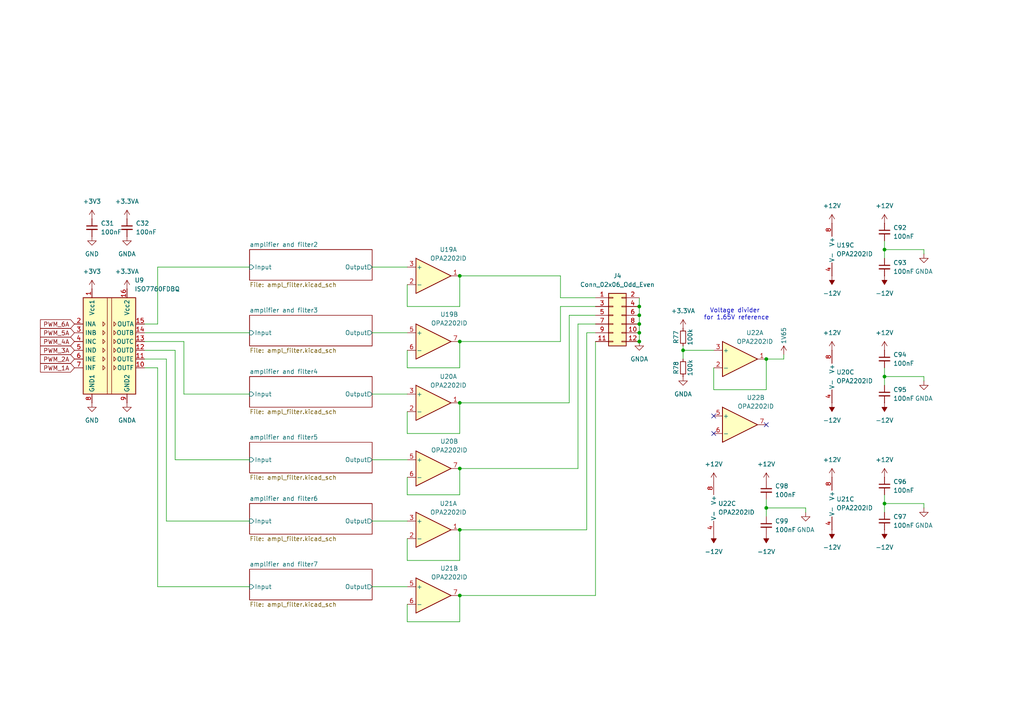
<source format=kicad_sch>
(kicad_sch (version 20231120) (generator "eeschema") (generator_version "8.0")
  (paper "A4")
  (lib_symbols
    (symbol "Amplifier_Operational:OPA2994xD" (pin_names (offset 0.127))
      (property "Reference" "U" (at 0 5.08 0))
      (property "Value" "OPA2994xD" (at 0 -5.08 0))
      (symbol "OPA2994xD_1_1"
        (polyline (pts (xy -5.08 5.08) (xy 5.08 0) (xy -5.08 -5.08) (xy -5.08 5.08)) (stroke (width 0.254)) (fill (type background)))
        (pin output line (at 7.62 0 180) (length 2.54) (name "~") (number "1"))
        (pin input line (at -7.62 -2.54 0) (length 2.54) (name "-") (number "2"))
        (pin input line (at -7.62 2.54 0) (length 2.54) (name "+") (number "3"))
      )
      (symbol "OPA2994xD_2_1"
        (polyline (pts (xy -5.08 5.08) (xy 5.08 0) (xy -5.08 -5.08) (xy -5.08 5.08)) (stroke (width 0.254)) (fill (type background)))
        (pin input line (at -7.62 2.54 0) (length 2.54) (name "+") (number "5"))
        (pin input line (at -7.62 -2.54 0) (length 2.54) (name "-") (number "6"))
        (pin output line (at 7.62 0 180) (length 2.54) (name "~") (number "7"))
      )
      (symbol "OPA2994xD_3_1"
        (pin power_in line (at -2.54 -7.62 90) (length 3.81) (name "V-") (number "4"))
        (pin power_in line (at -2.54 7.62 270) (length 3.81) (name "V+") (number "8"))
      )
    )
    (symbol "Connector_Generic:Conn_02x06_Odd_Even" (pin_names (offset 1.016) hide)
      (property "Reference" "J" (at 1.27 7.62 0))
      (property "Value" "Conn_02x06_Odd_Even" (at 1.27 -10.16 0))
      (symbol "Conn_02x06_Odd_Even_1_1"
        (rectangle (start -1.27 -7.493) (end 0 -7.747) (stroke (width 0.1524)))
        (rectangle (start -1.27 -4.953) (end 0 -5.207) (stroke (width 0.1524)))
        (rectangle (start -1.27 -2.413) (end 0 -2.667) (stroke (width 0.1524)))
        (rectangle (start -1.27 0.127) (end 0 -0.127) (stroke (width 0.1524)))
        (rectangle (start -1.27 2.667) (end 0 2.413) (stroke (width 0.1524)))
        (rectangle (start -1.27 5.207) (end 0 4.953) (stroke (width 0.1524)))
        (rectangle (start -1.27 6.35) (end 3.81 -8.89) (stroke (width 0.254)) (fill (type background)))
        (rectangle (start 3.81 -7.493) (end 2.54 -7.747) (stroke (width 0.1524)))
        (rectangle (start 3.81 -4.953) (end 2.54 -5.207) (stroke (width 0.1524)))
        (rectangle (start 3.81 -2.413) (end 2.54 -2.667) (stroke (width 0.1524)))
        (rectangle (start 3.81 0.127) (end 2.54 -0.127) (stroke (width 0.1524)))
        (rectangle (start 3.81 2.667) (end 2.54 2.413) (stroke (width 0.1524)))
        (rectangle (start 3.81 5.207) (end 2.54 4.953) (stroke (width 0.1524)))
        (pin passive line (at -5.08 5.08 0) (length 3.81) (name "Pin_1") (number "1"))
        (pin passive line (at 7.62 -5.08 180) (length 3.81) (name "Pin_10") (number "10"))
        (pin passive line (at -5.08 -7.62 0) (length 3.81) (name "Pin_11") (number "11"))
        (pin passive line (at 7.62 -7.62 180) (length 3.81) (name "Pin_12") (number "12"))
        (pin passive line (at 7.62 5.08 180) (length 3.81) (name "Pin_2") (number "2"))
        (pin passive line (at -5.08 2.54 0) (length 3.81) (name "Pin_3") (number "3"))
        (pin passive line (at 7.62 2.54 180) (length 3.81) (name "Pin_4") (number "4"))
        (pin passive line (at -5.08 0 0) (length 3.81) (name "Pin_5") (number "5"))
        (pin passive line (at 7.62 0 180) (length 3.81) (name "Pin_6") (number "6"))
        (pin passive line (at -5.08 -2.54 0) (length 3.81) (name "Pin_7") (number "7"))
        (pin passive line (at 7.62 -2.54 180) (length 3.81) (name "Pin_8") (number "8"))
        (pin passive line (at -5.08 -5.08 0) (length 3.81) (name "Pin_9") (number "9"))
      )
    )
    (symbol "Device:C_Small" (pin_numbers hide) (pin_names (offset 0.254) hide)
      (property "Reference" "C" (at 0.254 1.778 0))
      (property "Value" "C_Small" (at 0.254 -2.032 0))
      (symbol "C_Small_0_1"
        (polyline (pts (xy -1.524 -0.508) (xy 1.524 -0.508)) (stroke (width 0.3302)))
        (polyline (pts (xy -1.524 0.508) (xy 1.524 0.508)) (stroke (width 0.3048)))
      )
      (symbol "C_Small_1_1"
        (pin passive line (at 0 2.54 270) (length 2.032) (name "~") (number "1"))
        (pin passive line (at 0 -2.54 90) (length 2.032) (name "~") (number "2"))
      )
    )
    (symbol "Device:R_Small" (pin_numbers hide) (pin_names (offset 0.254) hide)
      (property "Reference" "R" (at 0.762 0.508 0))
      (property "Value" "R_Small" (at 0.762 -1.016 0))
      (symbol "R_Small_0_1"
        (rectangle (start -0.762 1.778) (end 0.762 -1.778) (stroke (width 0.2032)))
      )
      (symbol "R_Small_1_1"
        (pin passive line (at 0 2.54 270) (length 0.762) (name "~") (number "1"))
        (pin passive line (at 0 -2.54 90) (length 0.762) (name "~") (number "2"))
      )
    )
    (symbol "Isolator:ISO7760FDBQ"
      (property "Reference" "U" (at 8.255 14.605 0))
      (property "Value" "ISO7760FDBQ" (at 8.255 12.065 0))
      (symbol "ISO7760FDBQ_0_1"
        (rectangle (start -7.62 15.24) (end 7.62 -12.7) (stroke (width 0.254)) (fill (type background)))
        (polyline (pts (xy -0.635 15.24) (xy -0.635 -12.7)))
        (polyline (pts (xy 0.635 15.24) (xy 0.635 -12.7)))
        (polyline (pts (xy -1.905 8.255) (xy -1.27 7.62) (xy -1.905 6.985) (xy -1.905 8.255)))
        (polyline (pts (xy 1.27 8.255) (xy 1.905 7.62) (xy 1.27 6.985) (xy 1.27 8.255)))
      )
      (symbol "ISO7760FDBQ_1_1"
        (polyline (pts (xy -1.905 -4.445) (xy -1.27 -5.08) (xy -1.905 -5.715) (xy -1.905 -4.445)))
        (polyline (pts (xy -1.905 -1.905) (xy -1.27 -2.54) (xy -1.905 -3.175) (xy -1.905 -1.905)))
        (polyline (pts (xy -1.905 0.635) (xy -1.27 0) (xy -1.905 -0.635) (xy -1.905 0.635)))
        (polyline (pts (xy -1.905 3.175) (xy -1.27 2.54) (xy -1.905 1.905) (xy -1.905 3.175)))
        (polyline (pts (xy -1.905 5.715) (xy -1.27 5.08) (xy -1.905 4.445) (xy -1.905 5.715)))
        (polyline (pts (xy 1.27 -4.445) (xy 1.905 -5.08) (xy 1.27 -5.715) (xy 1.27 -4.445)))
        (polyline (pts (xy 1.27 -1.905) (xy 1.905 -2.54) (xy 1.27 -3.175) (xy 1.27 -1.905)))
        (polyline (pts (xy 1.27 0.635) (xy 1.905 0) (xy 1.27 -0.635) (xy 1.27 0.635)))
        (polyline (pts (xy 1.27 3.175) (xy 1.905 2.54) (xy 1.27 1.905) (xy 1.27 3.175)))
        (polyline (pts (xy 1.27 5.715) (xy 1.905 5.08) (xy 1.27 4.445) (xy 1.27 5.715)))
        (pin power_in line (at -5.08 17.78 270) (length 2.54) (name "Vcc1") (number "1"))
        (pin output line (at 10.16 -5.08 180) (length 2.54) (name "OUTF") (number "10"))
        (pin output line (at 10.16 -2.54 180) (length 2.54) (name "OUTE") (number "11"))
        (pin output line (at 10.16 0 180) (length 2.54) (name "OUTD") (number "12"))
        (pin output line (at 10.16 2.54 180) (length 2.54) (name "OUTC") (number "13"))
        (pin output line (at 10.16 5.08 180) (length 2.54) (name "OUTB") (number "14"))
        (pin output line (at 10.16 7.62 180) (length 2.54) (name "OUTA") (number "15"))
        (pin power_in line (at 5.08 17.78 270) (length 2.54) (name "Vcc2") (number "16"))
        (pin input line (at -10.16 7.62 0) (length 2.54) (name "INA") (number "2"))
        (pin input line (at -10.16 5.08 0) (length 2.54) (name "INB") (number "3"))
        (pin input line (at -10.16 2.54 0) (length 2.54) (name "INC") (number "4"))
        (pin input line (at -10.16 0 0) (length 2.54) (name "IND") (number "5"))
        (pin input line (at -10.16 -2.54 0) (length 2.54) (name "INE") (number "6"))
        (pin input line (at -10.16 -5.08 0) (length 2.54) (name "INF") (number "7"))
        (pin power_in line (at -5.08 -15.24 90) (length 2.54) (name "GND1") (number "8"))
        (pin power_in line (at 5.08 -15.24 90) (length 2.54) (name "GND2") (number "9"))
      )
    )
    (symbol "power:+12V" (power) (pin_numbers hide) (pin_names (offset 0) hide)
      (property "Value" "+12V" (at 0 3.556 0))
      (symbol "+12V_0_1"
        (polyline (pts (xy -0.762 1.27) (xy 0 2.54)))
        (polyline (pts (xy 0 0) (xy 0 2.54)))
        (polyline (pts (xy 0 2.54) (xy 0.762 1.27)))
      )
      (symbol "+12V_1_1"
        (pin power_in line (at 0 0 90) (length 0) (name "~") (number "1"))
      )
    )
    (symbol "power:+15V" (power) (pin_numbers hide) (pin_names (offset 0) hide)
      (property "Value" "+15V" (at 0 3.556 0))
      (symbol "+15V_0_1"
        (polyline (pts (xy -0.762 1.27) (xy 0 2.54)))
        (polyline (pts (xy 0 0) (xy 0 2.54)))
        (polyline (pts (xy 0 2.54) (xy 0.762 1.27)))
      )
      (symbol "+15V_1_1"
        (pin power_in line (at 0 0 90) (length 0) (name "~") (number "1"))
      )
    )
    (symbol "power:+3.3VA" (power) (pin_numbers hide) (pin_names (offset 0) hide)
      (property "Value" "+3.3VA" (at 0 3.556 0))
      (symbol "+3.3VA_0_1"
        (polyline (pts (xy -0.762 1.27) (xy 0 2.54)))
        (polyline (pts (xy 0 0) (xy 0 2.54)))
        (polyline (pts (xy 0 2.54) (xy 0.762 1.27)))
      )
      (symbol "+3.3VA_1_1"
        (pin power_in line (at 0 0 90) (length 0) (name "~") (number "1"))
      )
    )
    (symbol "power:+3V3" (power) (pin_numbers hide) (pin_names (offset 0) hide)
      (property "Value" "+3V3" (at 0 3.556 0))
      (symbol "+3V3_0_1"
        (polyline (pts (xy -0.762 1.27) (xy 0 2.54)))
        (polyline (pts (xy 0 0) (xy 0 2.54)))
        (polyline (pts (xy 0 2.54) (xy 0.762 1.27)))
      )
      (symbol "+3V3_1_1"
        (pin power_in line (at 0 0 90) (length 0) (name "~") (number "1"))
      )
    )
    (symbol "power:-12V" (power) (pin_numbers hide) (pin_names (offset 0) hide)
      (property "Value" "-12V" (at 0 3.556 0))
      (symbol "-12V_0_0"
        (pin power_in line (at 0 0 90) (length 0) (name "~") (number "1"))
      )
      (symbol "-12V_0_1"
        (polyline (pts (xy 0 0) (xy 0 1.27) (xy 0.762 1.27) (xy 0 2.54) (xy -0.762 1.27) (xy 0 1.27)) (fill (type outline)))
      )
    )
    (symbol "power:GND" (power) (pin_numbers hide) (pin_names (offset 0) hide)
      (property "Value" "GND" (at 0 -3.81 0))
      (symbol "GND_0_1"
        (polyline (pts (xy 0 0) (xy 0 -1.27) (xy 1.27 -1.27) (xy 0 -2.54) (xy -1.27 -1.27) (xy 0 -1.27)))
      )
      (symbol "GND_1_1"
        (pin power_in line (at 0 0 270) (length 0) (name "~") (number "1"))
      )
    )
    (symbol "power:GNDA" (power) (pin_numbers hide) (pin_names (offset 0) hide)
      (property "Value" "GNDA" (at 0 -3.81 0))
      (symbol "GNDA_0_1"
        (polyline (pts (xy 0 0) (xy 0 -1.27) (xy 1.27 -1.27) (xy 0 -2.54) (xy -1.27 -1.27) (xy 0 -1.27)))
      )
      (symbol "GNDA_1_1"
        (pin power_in line (at 0 0 270) (length 0) (name "~") (number "1"))
      )
    )
  )
  (junction (at 185.42 91.44))
  (junction (at 133.35 153.67))
  (junction (at 256.54 72.39))
  (junction (at 222.25 147.32))
  (junction (at 133.35 116.84))
  (junction (at 133.35 172.72))
  (junction (at 185.42 88.9))
  (junction (at 133.35 99.06))
  (junction (at 256.54 146.05))
  (junction (at 185.42 96.52))
  (junction (at 133.35 135.89))
  (junction (at 256.54 109.22))
  (junction (at 133.35 80.01))
  (junction (at 185.42 99.06))
  (junction (at 185.42 93.98))
  (junction (at 222.25 104.14))
  (junction (at 198.12 101.6))
  (no_connect (at 207.01 125.73))
  (no_connect (at 207.01 120.65))
  (no_connect (at 222.25 123.19))
  (wire (pts (xy 133.35 125.73) (xy 133.35 116.84)))
  (wire (pts (xy 107.95 96.52) (xy 118.11 96.52)))
  (wire (pts (xy 118.11 82.55) (xy 118.11 88.9)))
  (wire (pts (xy 118.11 180.34) (xy 133.35 180.34)))
  (wire (pts (xy 222.25 144.78) (xy 222.25 147.32)))
  (wire (pts (xy 41.91 96.52) (xy 72.39 96.52)))
  (wire (pts (xy 222.25 113.03) (xy 222.25 104.14)))
  (wire (pts (xy 222.25 147.32) (xy 233.68 147.32)))
  (wire (pts (xy 256.54 143.51) (xy 256.54 146.05)))
  (wire (pts (xy 256.54 109.22) (xy 267.97 109.22)))
  (wire (pts (xy 185.42 86.36) (xy 185.42 88.9)))
  (wire (pts (xy 118.11 175.26) (xy 118.11 180.34)))
  (wire (pts (xy 233.68 147.32) (xy 233.68 148.59)))
  (wire (pts (xy 172.72 99.06) (xy 172.72 172.72)))
  (wire (pts (xy 256.54 146.05) (xy 267.97 146.05)))
  (wire (pts (xy 165.1 91.44) (xy 172.72 91.44)))
  (wire (pts (xy 185.42 88.9) (xy 185.42 91.44)))
  (wire (pts (xy 198.12 101.6) (xy 198.12 104.14)))
  (wire (pts (xy 185.42 96.52) (xy 185.42 99.06)))
  (wire (pts (xy 207.01 106.68) (xy 207.01 113.03)))
  (wire (pts (xy 256.54 146.05) (xy 256.54 148.59)))
  (wire (pts (xy 167.64 93.98) (xy 172.72 93.98)))
  (wire (pts (xy 107.95 114.3) (xy 118.11 114.3)))
  (wire (pts (xy 267.97 146.05) (xy 267.97 147.32)))
  (wire (pts (xy 133.35 172.72) (xy 172.72 172.72)))
  (wire (pts (xy 133.35 162.56) (xy 133.35 153.67)))
  (wire (pts (xy 118.11 119.38) (xy 118.11 125.73)))
  (wire (pts (xy 256.54 106.68) (xy 256.54 109.22)))
  (wire (pts (xy 53.34 114.3) (xy 72.39 114.3)))
  (wire (pts (xy 45.72 77.47) (xy 72.39 77.47)))
  (wire (pts (xy 45.72 170.18) (xy 72.39 170.18)))
  (wire (pts (xy 198.12 100.33) (xy 198.12 101.6)))
  (wire (pts (xy 107.95 77.47) (xy 118.11 77.47)))
  (wire (pts (xy 107.95 170.18) (xy 118.11 170.18)))
  (wire (pts (xy 227.33 104.14) (xy 227.33 102.87)))
  (wire (pts (xy 133.35 153.67) (xy 170.18 153.67)))
  (wire (pts (xy 162.56 99.06) (xy 162.56 88.9)))
  (wire (pts (xy 118.11 125.73) (xy 133.35 125.73)))
  (wire (pts (xy 167.64 135.89) (xy 133.35 135.89)))
  (wire (pts (xy 133.35 88.9) (xy 133.35 80.01)))
  (wire (pts (xy 185.42 91.44) (xy 185.42 93.98)))
  (wire (pts (xy 170.18 96.52) (xy 172.72 96.52)))
  (wire (pts (xy 133.35 143.51) (xy 133.35 135.89)))
  (wire (pts (xy 107.95 133.35) (xy 118.11 133.35)))
  (wire (pts (xy 222.25 147.32) (xy 222.25 149.86)))
  (wire (pts (xy 53.34 99.06) (xy 41.91 99.06)))
  (wire (pts (xy 118.11 162.56) (xy 133.35 162.56)))
  (wire (pts (xy 41.91 101.6) (xy 50.8 101.6)))
  (wire (pts (xy 50.8 101.6) (xy 50.8 133.35)))
  (wire (pts (xy 256.54 72.39) (xy 256.54 74.93)))
  (wire (pts (xy 167.64 93.98) (xy 167.64 135.89)))
  (wire (pts (xy 133.35 99.06) (xy 162.56 99.06)))
  (wire (pts (xy 162.56 88.9) (xy 172.72 88.9)))
  (wire (pts (xy 170.18 96.52) (xy 170.18 153.67)))
  (wire (pts (xy 267.97 109.22) (xy 267.97 110.49)))
  (wire (pts (xy 222.25 104.14) (xy 227.33 104.14)))
  (wire (pts (xy 53.34 114.3) (xy 53.34 99.06)))
  (wire (pts (xy 165.1 91.44) (xy 165.1 116.84)))
  (wire (pts (xy 133.35 106.68) (xy 133.35 99.06)))
  (wire (pts (xy 267.97 72.39) (xy 267.97 73.66)))
  (wire (pts (xy 41.91 106.68) (xy 45.72 106.68)))
  (wire (pts (xy 133.35 180.34) (xy 133.35 172.72)))
  (wire (pts (xy 107.95 151.13) (xy 118.11 151.13)))
  (wire (pts (xy 45.72 93.98) (xy 45.72 77.47)))
  (wire (pts (xy 41.91 93.98) (xy 45.72 93.98)))
  (wire (pts (xy 256.54 109.22) (xy 256.54 111.76)))
  (wire (pts (xy 162.56 80.01) (xy 133.35 80.01)))
  (wire (pts (xy 50.8 133.35) (xy 72.39 133.35)))
  (wire (pts (xy 256.54 72.39) (xy 267.97 72.39)))
  (wire (pts (xy 118.11 156.21) (xy 118.11 162.56)))
  (wire (pts (xy 48.26 104.14) (xy 41.91 104.14)))
  (wire (pts (xy 162.56 86.36) (xy 172.72 86.36)))
  (wire (pts (xy 118.11 101.6) (xy 118.11 106.68)))
  (wire (pts (xy 207.01 113.03) (xy 222.25 113.03)))
  (wire (pts (xy 256.54 69.85) (xy 256.54 72.39)))
  (wire (pts (xy 165.1 116.84) (xy 133.35 116.84)))
  (wire (pts (xy 118.11 88.9) (xy 133.35 88.9)))
  (wire (pts (xy 162.56 86.36) (xy 162.56 80.01)))
  (wire (pts (xy 118.11 138.43) (xy 118.11 143.51)))
  (wire (pts (xy 198.12 101.6) (xy 207.01 101.6)))
  (wire (pts (xy 118.11 143.51) (xy 133.35 143.51)))
  (wire (pts (xy 185.42 93.98) (xy 185.42 96.52)))
  (wire (pts (xy 45.72 106.68) (xy 45.72 170.18)))
  (wire (pts (xy 118.11 106.68) (xy 133.35 106.68)))
  (wire (pts (xy 48.26 151.13) (xy 48.26 104.14)))
  (wire (pts (xy 48.26 151.13) (xy 72.39 151.13)))
  (text "Voltage divider \nfor 1.65V reference" (at 213.614 91.186 0) (effects (font (size 1.27 1.27))))
  (global_label "PWM_5A" (shape input) (at 21.59 96.52 180) (property "Intersheetrefs" "${INTERSHEET_REFS}" (effects (hide yes))))
  (global_label "PWM_1A" (shape input) (at 21.59 106.68 180) (property "Intersheetrefs" "${INTERSHEET_REFS}" (effects (hide yes))))
  (global_label "PWM_6A" (shape input) (at 21.59 93.98 180) (property "Intersheetrefs" "${INTERSHEET_REFS}" (effects (hide yes))))
  (global_label "PWM_4A" (shape input) (at 21.59 99.06 180) (property "Intersheetrefs" "${INTERSHEET_REFS}" (effects (hide yes))))
  (global_label "PWM_2A" (shape input) (at 21.59 104.14 180) (property "Intersheetrefs" "${INTERSHEET_REFS}" (effects (hide yes))))
  (global_label "PWM_3A" (shape input) (at 21.59 101.6 180) (property "Intersheetrefs" "${INTERSHEET_REFS}" (effects (hide yes))))
  (symbol (lib_id "power:GNDA") (at 198.12 109.22 0) (unit 1)
    (property "Reference" "#PWR74" (effects (hide yes)))
    (property "Value" "GNDA" (at 198.12 114.3 0))
    (property "Description" "Power symbol creates a global label with name \"GNDA\" , analog ground" (effects (hide yes)))
  )
  (symbol (lib_id "power:-12V") (at 241.3 116.84 180) (unit 1)
    (property "Reference" "#PWR179" (effects (hide yes)))
    (property "Value" "-12V" (at 241.3 121.92 0))
    (property "Description" "Power symbol creates a global label with name \"-12V\"" (effects (hide yes)))
  )
  (symbol (lib_id "Device:C_Small") (at 222.25 142.24 0) (unit 1)
    (property "Reference" "C98" (at 224.79 140.9762 0) (effects (justify left)))
    (property "Value" "100nF" (at 224.79 143.5162 0) (effects (justify left)))
    (property "Footprint" "Capacitor_SMD:C_0402_1005Metric" (effects (hide yes)))
    (property "Description" "Unpolarized capacitor, small symbol" (effects (hide yes)))
  )
  (symbol (lib_id "power:GNDA") (at 36.83 68.58 0) (unit 1)
    (property "Reference" "#PWR90" (effects (hide yes)))
    (property "Value" "GNDA" (at 36.83 73.66 0))
    (property "Description" "Power symbol creates a global label with name \"GNDA\" , analog ground" (effects (hide yes)))
  )
  (symbol (lib_id "power:+3.3VA") (at 36.83 83.82 0) (unit 1)
    (property "Reference" "#PWR154" (effects (hide yes)))
    (property "Value" "+3.3VA" (at 36.83 78.74 0))
    (property "Description" "Power symbol creates a global label with name \"+3.3VA\"" (effects (hide yes)))
  )
  (symbol (lib_id "power:GNDA") (at 36.83 116.84 0) (unit 1)
    (property "Reference" "#PWR161" (effects (hide yes)))
    (property "Value" "GNDA" (at 36.83 121.92 0))
    (property "Description" "Power symbol creates a global label with name \"GNDA\" , analog ground" (effects (hide yes)))
  )
  (symbol (lib_id "Device:R_Small") (at 198.12 106.68 180) (unit 1)
    (property "Reference" "R78" (at 196.088 106.68 90))
    (property "Value" "100k" (at 200.152 106.68 90))
    (property "Footprint" "Resistor_SMD:R_0402_1005Metric" (effects (hide yes)))
    (property "Description" "Resistor, small symbol" (effects (hide yes)))
  )
  (symbol (lib_id "power:GNDA") (at 185.42 99.06 0) (unit 1)
    (property "Reference" "#PWR75" (effects (hide yes)))
    (property "Value" "GNDA" (at 185.42 104.14 0))
    (property "Description" "Power symbol creates a global label with name \"GNDA\" , analog ground" (effects (hide yes)))
  )
  (symbol (lib_id "power:+12V") (at 241.3 138.43 0) (unit 1)
    (property "Reference" "#PWR183" (effects (hide yes)))
    (property "Value" "+12V" (at 241.3 133.35 0))
    (property "Description" "Power symbol creates a global label with name \"+12V\"" (effects (hide yes)))
  )
  (symbol (lib_id "power:-12V") (at 256.54 80.01 180) (unit 1)
    (property "Reference" "#PWR176" (effects (hide yes)))
    (property "Value" "-12V" (at 256.54 85.09 0))
    (property "Description" "Power symbol creates a global label with name \"-12V\"" (effects (hide yes)))
  )
  (symbol (lib_id "Amplifier_Operational:OPA2994xD") (at 125.73 135.89 0) (unit 2)
    (property "Reference" "U20" (at 130.302 128.016 0))
    (property "Value" "OPA2202ID" (at 130.302 130.556 0))
    (property "Footprint" "Package_SO:SOIC-8_3.9x4.9mm_P1.27mm" (effects (hide yes)))
    (property "Datasheet" "https://www.ti.com/lit/ds/symlink/opa2202.pdf" (effects (hide yes)))
    (property "Description" "Dual Opamp, Rail-to-Rail Input/Output, Unlimited Capacitive Load Drive, 125mA Output Current, 2-32V, 350uV offset, 24MHz GBW, SOIC-8" (effects (hide yes)))
  )
  (symbol (lib_id "Device:C_Small") (at 26.67 66.04 0) (unit 1)
    (property "Reference" "C31" (at 29.21 64.7762 0) (effects (justify left)))
    (property "Value" "100nF" (at 29.21 67.3162 0) (effects (justify left)))
    (property "Footprint" "Capacitor_SMD:C_0402_1005Metric" (effects (hide yes)))
    (property "Description" "Unpolarized capacitor, small symbol" (effects (hide yes)))
  )
  (symbol (lib_id "power:GND") (at 26.67 116.84 0) (unit 1)
    (property "Reference" "#PWR152" (effects (hide yes)))
    (property "Value" "GND" (at 26.67 121.92 0))
    (property "Description" "Power symbol creates a global label with name \"GND\" , ground" (effects (hide yes)))
  )
  (symbol (lib_id "power:+12V") (at 256.54 138.43 0) (unit 1)
    (property "Reference" "#PWR185" (effects (hide yes)))
    (property "Value" "+12V" (at 256.54 133.35 0))
    (property "Description" "Power symbol creates a global label with name \"+12V\"" (effects (hide yes)))
  )
  (symbol (lib_id "Device:C_Small") (at 256.54 151.13 0) (unit 1)
    (property "Reference" "C97" (at 259.08 149.8662 0) (effects (justify left)))
    (property "Value" "100nF" (at 259.08 152.4062 0) (effects (justify left)))
    (property "Footprint" "Capacitor_SMD:C_0402_1005Metric" (effects (hide yes)))
    (property "Description" "Unpolarized capacitor, small symbol" (effects (hide yes)))
  )
  (symbol (lib_id "power:+15V") (at 227.33 102.87 0) (mirror y) (unit 1)
    (property "Reference" "#PWR189" (effects (hide yes)))
    (property "Value" "1V65" (at 227.33 99.822 90) (effects (justify left)))
    (property "Description" "Power symbol creates a global label with name \"+15V\"" (effects (hide yes)))
  )
  (symbol (lib_id "Device:C_Small") (at 256.54 67.31 0) (unit 1)
    (property "Reference" "C92" (at 259.08 66.0462 0) (effects (justify left)))
    (property "Value" "100nF" (at 259.08 68.5862 0) (effects (justify left)))
    (property "Footprint" "Capacitor_SMD:C_0402_1005Metric" (effects (hide yes)))
    (property "Description" "Unpolarized capacitor, small symbol" (effects (hide yes)))
  )
  (symbol (lib_id "power:GND") (at 26.67 68.58 0) (unit 1)
    (property "Reference" "#PWR83" (effects (hide yes)))
    (property "Value" "GND" (at 26.67 73.66 0))
    (property "Description" "Power symbol creates a global label with name \"GND\" , ground" (effects (hide yes)))
  )
  (symbol (lib_id "power:+3.3VA") (at 36.83 63.5 0) (unit 1)
    (property "Reference" "#PWR81" (effects (hide yes)))
    (property "Value" "+3.3VA" (at 36.83 58.42 0))
    (property "Description" "Power symbol creates a global label with name \"+3.3VA\"" (effects (hide yes)))
  )
  (symbol (lib_id "Device:C_Small") (at 222.25 152.4 0) (unit 1)
    (property "Reference" "C99" (at 224.79 151.1362 0) (effects (justify left)))
    (property "Value" "100nF" (at 224.79 153.6762 0) (effects (justify left)))
    (property "Footprint" "Capacitor_SMD:C_0402_1005Metric" (effects (hide yes)))
    (property "Description" "Unpolarized capacitor, small symbol" (effects (hide yes)))
  )
  (symbol (lib_id "Amplifier_Operational:OPA2994xD") (at 209.55 147.32 0) (unit 3)
    (property "Reference" "U22" (at 208.28 146.0499 0) (effects (justify left)))
    (property "Value" "OPA2202ID" (at 208.28 148.5899 0) (effects (justify left)))
    (property "Footprint" "Package_SO:SOIC-8_3.9x4.9mm_P1.27mm" (effects (hide yes)))
    (property "Datasheet" "https://www.ti.com/lit/ds/symlink/opa2202.pdf" (effects (hide yes)))
    (property "Description" "Dual Opamp, Rail-to-Rail Input/Output, Unlimited Capacitive Load Drive, 125mA Output Current, 2-32V, 350uV offset, 24MHz GBW, SOIC-8" (effects (hide yes)))
  )
  (symbol (lib_id "power:-12V") (at 241.3 153.67 180) (unit 1)
    (property "Reference" "#PWR184" (effects (hide yes)))
    (property "Value" "-12V" (at 241.3 158.75 0))
    (property "Description" "Power symbol creates a global label with name \"-12V\"" (effects (hide yes)))
  )
  (symbol (lib_id "Amplifier_Operational:OPA2994xD") (at 243.84 72.39 0) (unit 3)
    (property "Reference" "U19" (at 242.57 71.1199 0) (effects (justify left)))
    (property "Value" "OPA2202ID" (at 242.57 73.6599 0) (effects (justify left)))
    (property "Footprint" "Package_SO:SOIC-8_3.9x4.9mm_P1.27mm" (effects (hide yes)))
    (property "Datasheet" "https://www.ti.com/lit/ds/symlink/opa2202.pdf" (effects (hide yes)))
    (property "Description" "Dual Opamp, Rail-to-Rail Input/Output, Unlimited Capacitive Load Drive, 125mA Output Current, 2-32V, 350uV offset, 24MHz GBW, SOIC-8" (effects (hide yes)))
  )
  (symbol (lib_id "Device:C_Small") (at 256.54 114.3 0) (unit 1)
    (property "Reference" "C95" (at 259.08 113.0362 0) (effects (justify left)))
    (property "Value" "100nF" (at 259.08 115.5762 0) (effects (justify left)))
    (property "Footprint" "Capacitor_SMD:C_0402_1005Metric" (effects (hide yes)))
    (property "Description" "Unpolarized capacitor, small symbol" (effects (hide yes)))
  )
  (symbol (lib_id "power:-12V") (at 222.25 154.94 180) (unit 1)
    (property "Reference" "#PWR193" (effects (hide yes)))
    (property "Value" "-12V" (at 222.25 160.02 0))
    (property "Description" "Power symbol creates a global label with name \"-12V\"" (effects (hide yes)))
  )
  (symbol (lib_id "Device:C_Small") (at 256.54 77.47 0) (unit 1)
    (property "Reference" "C93" (at 259.08 76.2062 0) (effects (justify left)))
    (property "Value" "100nF" (at 259.08 78.7462 0) (effects (justify left)))
    (property "Footprint" "Capacitor_SMD:C_0402_1005Metric" (effects (hide yes)))
    (property "Description" "Unpolarized capacitor, small symbol" (effects (hide yes)))
  )
  (symbol (lib_id "Isolator:ISO7760FDBQ") (at 31.75 101.6 0) (unit 1)
    (property "Reference" "U9" (at 39.0241 81.28 0) (effects (justify left)))
    (property "Value" "ISO7760FDBQ" (at 39.0241 83.82 0) (effects (justify left)))
    (property "Footprint" "Package_SO:SSOP-16_3.9x4.9mm_P0.635mm" (effects (hide yes)))
    (property "Datasheet" "https://www.ti.com/lit/ds/symlink/iso7763.pdf?ts=1596905577895" (effects (hide yes)))
    (property "Description" "Default low, High-speed, robust EMC, reinforced, six-channel, digital, isolator, SSOP-16" (effects (hide yes)))
  )
  (symbol (lib_id "power:+3V3") (at 26.67 83.82 0) (unit 1)
    (property "Reference" "#PWR153" (effects (hide yes)))
    (property "Value" "+3V3" (at 26.67 78.74 0))
    (property "Description" "Power symbol creates a global label with name \"+3V3\"" (effects (hide yes)))
  )
  (symbol (lib_id "power:GNDA") (at 267.97 73.66 0) (unit 1)
    (property "Reference" "#PWR78" (effects (hide yes)))
    (property "Value" "GNDA" (at 267.97 78.74 0))
    (property "Description" "Power symbol creates a global label with name \"GNDA\" , analog ground" (effects (hide yes)))
  )
  (symbol (lib_id "power:GNDA") (at 267.97 147.32 0) (unit 1)
    (property "Reference" "#PWR77" (effects (hide yes)))
    (property "Value" "GNDA" (at 267.97 152.4 0))
    (property "Description" "Power symbol creates a global label with name \"GNDA\" , analog ground" (effects (hide yes)))
  )
  (symbol (lib_id "power:+12V") (at 222.25 139.7 0) (unit 1)
    (property "Reference" "#PWR192" (effects (hide yes)))
    (property "Value" "+12V" (at 222.25 134.62 0))
    (property "Description" "Power symbol creates a global label with name \"+12V\"" (effects (hide yes)))
  )
  (symbol (lib_id "Amplifier_Operational:OPA2994xD") (at 125.73 99.06 0) (unit 2)
    (property "Reference" "U19" (at 130.302 91.186 0))
    (property "Value" "OPA2202ID" (at 130.302 93.726 0))
    (property "Footprint" "Package_SO:SOIC-8_3.9x4.9mm_P1.27mm" (effects (hide yes)))
    (property "Datasheet" "https://www.ti.com/lit/ds/symlink/opa2202.pdf" (effects (hide yes)))
    (property "Description" "Dual Opamp, Rail-to-Rail Input/Output, Unlimited Capacitive Load Drive, 125mA Output Current, 2-32V, 350uV offset, 24MHz GBW, SOIC-8" (effects (hide yes)))
  )
  (symbol (lib_id "Device:C_Small") (at 256.54 104.14 0) (unit 1)
    (property "Reference" "C94" (at 259.08 102.8762 0) (effects (justify left)))
    (property "Value" "100nF" (at 259.08 105.4162 0) (effects (justify left)))
    (property "Footprint" "Capacitor_SMD:C_0402_1005Metric" (effects (hide yes)))
    (property "Description" "Unpolarized capacitor, small symbol" (effects (hide yes)))
  )
  (symbol (lib_id "Device:R_Small") (at 198.12 97.79 180) (unit 1)
    (property "Reference" "R77" (at 196.088 97.79 90))
    (property "Value" "100k" (at 200.152 97.79 90))
    (property "Footprint" "Resistor_SMD:R_0402_1005Metric" (effects (hide yes)))
    (property "Description" "Resistor, small symbol" (effects (hide yes)))
  )
  (symbol (lib_id "power:+12V") (at 241.3 64.77 0) (unit 1)
    (property "Reference" "#PWR173" (effects (hide yes)))
    (property "Value" "+12V" (at 241.3 59.69 0))
    (property "Description" "Power symbol creates a global label with name \"+12V\"" (effects (hide yes)))
  )
  (symbol (lib_id "Connector_Generic:Conn_02x06_Odd_Even") (at 177.8 91.44 0) (unit 1)
    (property "Reference" "J4" (at 179.07 80.01 0))
    (property "Value" "Conn_02x06_Odd_Even" (at 179.07 82.55 0))
    (property "Footprint" "Connector_PinHeader_2.54mm:PinHeader_2x06_P2.54mm_Vertical" (effects (hide yes)))
    (property "Description" "Generic connector, double row, 02x06, odd/even pin numbering scheme (row 1 odd numbers, row 2 even numbers), script generated (kicad-library-utils/schlib/autogen/connector/)" (effects (hide yes)))
  )
  (symbol (lib_id "Amplifier_Operational:OPA2994xD") (at 125.73 80.01 0) (unit 1)
    (property "Reference" "U19" (at 130.048 72.39 0))
    (property "Value" "OPA2202ID" (at 130.048 74.93 0))
    (property "Footprint" "Package_SO:SOIC-8_3.9x4.9mm_P1.27mm" (effects (hide yes)))
    (property "Datasheet" "https://www.ti.com/lit/ds/symlink/opa2202.pdf" (effects (hide yes)))
    (property "Description" "Dual Opamp, Rail-to-Rail Input/Output, Unlimited Capacitive Load Drive, 125mA Output Current, 2-32V, 350uV offset, 24MHz GBW, SOIC-8" (effects (hide yes)))
  )
  (symbol (lib_id "power:+12V") (at 241.3 101.6 0) (unit 1)
    (property "Reference" "#PWR178" (effects (hide yes)))
    (property "Value" "+12V" (at 241.3 96.52 0))
    (property "Description" "Power symbol creates a global label with name \"+12V\"" (effects (hide yes)))
  )
  (symbol (lib_id "Amplifier_Operational:OPA2994xD") (at 125.73 116.84 0) (unit 1)
    (property "Reference" "U20" (at 130.048 109.22 0))
    (property "Value" "OPA2202ID" (at 130.048 111.76 0))
    (property "Footprint" "Package_SO:SOIC-8_3.9x4.9mm_P1.27mm" (effects (hide yes)))
    (property "Datasheet" "https://www.ti.com/lit/ds/symlink/opa2202.pdf" (effects (hide yes)))
    (property "Description" "Dual Opamp, Rail-to-Rail Input/Output, Unlimited Capacitive Load Drive, 125mA Output Current, 2-32V, 350uV offset, 24MHz GBW, SOIC-8" (effects (hide yes)))
  )
  (symbol (lib_id "power:GNDA") (at 267.97 110.49 0) (unit 1)
    (property "Reference" "#PWR79" (effects (hide yes)))
    (property "Value" "GNDA" (at 267.97 115.57 0))
    (property "Description" "Power symbol creates a global label with name \"GNDA\" , analog ground" (effects (hide yes)))
  )
  (symbol (lib_id "Device:C_Small") (at 256.54 140.97 0) (unit 1)
    (property "Reference" "C96" (at 259.08 139.7062 0) (effects (justify left)))
    (property "Value" "100nF" (at 259.08 142.2462 0) (effects (justify left)))
    (property "Footprint" "Capacitor_SMD:C_0402_1005Metric" (effects (hide yes)))
    (property "Description" "Unpolarized capacitor, small symbol" (effects (hide yes)))
  )
  (symbol (lib_id "power:+12V") (at 207.01 139.7 0) (unit 1)
    (property "Reference" "#PWR190" (effects (hide yes)))
    (property "Value" "+12V" (at 207.01 134.62 0))
    (property "Description" "Power symbol creates a global label with name \"+12V\"" (effects (hide yes)))
  )
  (symbol (lib_id "Amplifier_Operational:OPA2994xD") (at 243.84 109.22 0) (unit 3)
    (property "Reference" "U20" (at 242.57 107.9499 0) (effects (justify left)))
    (property "Value" "OPA2202ID" (at 242.57 110.4899 0) (effects (justify left)))
    (property "Footprint" "Package_SO:SOIC-8_3.9x4.9mm_P1.27mm" (effects (hide yes)))
    (property "Datasheet" "https://www.ti.com/lit/ds/symlink/opa2202.pdf" (effects (hide yes)))
    (property "Description" "Dual Opamp, Rail-to-Rail Input/Output, Unlimited Capacitive Load Drive, 125mA Output Current, 2-32V, 350uV offset, 24MHz GBW, SOIC-8" (effects (hide yes)))
  )
  (symbol (lib_id "power:-12V") (at 241.3 80.01 180) (unit 1)
    (property "Reference" "#PWR174" (effects (hide yes)))
    (property "Value" "-12V" (at 241.3 85.09 0))
    (property "Description" "Power symbol creates a global label with name \"-12V\"" (effects (hide yes)))
  )
  (symbol (lib_id "power:GNDA") (at 233.68 148.59 0) (unit 1)
    (property "Reference" "#PWR76" (effects (hide yes)))
    (property "Value" "GNDA" (at 233.68 153.67 0))
    (property "Description" "Power symbol creates a global label with name \"GNDA\" , analog ground" (effects (hide yes)))
  )
  (symbol (lib_id "power:-12V") (at 256.54 116.84 180) (unit 1)
    (property "Reference" "#PWR181" (effects (hide yes)))
    (property "Value" "-12V" (at 256.54 121.92 0))
    (property "Description" "Power symbol creates a global label with name \"-12V\"" (effects (hide yes)))
  )
  (symbol (lib_id "Amplifier_Operational:OPA2994xD") (at 243.84 146.05 0) (unit 3)
    (property "Reference" "U21" (at 242.57 144.7799 0) (effects (justify left)))
    (property "Value" "OPA2202ID" (at 242.57 147.3199 0) (effects (justify left)))
    (property "Footprint" "Package_SO:SOIC-8_3.9x4.9mm_P1.27mm" (effects (hide yes)))
    (property "Datasheet" "https://www.ti.com/lit/ds/symlink/opa2202.pdf" (effects (hide yes)))
    (property "Description" "Dual Opamp, Rail-to-Rail Input/Output, Unlimited Capacitive Load Drive, 125mA Output Current, 2-32V, 350uV offset, 24MHz GBW, SOIC-8" (effects (hide yes)))
  )
  (symbol (lib_id "power:-12V") (at 207.01 154.94 180) (unit 1)
    (property "Reference" "#PWR191" (effects (hide yes)))
    (property "Value" "-12V" (at 207.01 160.02 0))
    (property "Description" "Power symbol creates a global label with name \"-12V\"" (effects (hide yes)))
  )
  (symbol (lib_id "Amplifier_Operational:OPA2994xD") (at 214.63 104.14 0) (unit 1)
    (property "Reference" "U22" (at 218.948 96.52 0))
    (property "Value" "OPA2202ID" (at 218.948 99.06 0))
    (property "Footprint" "Package_SO:SOIC-8_3.9x4.9mm_P1.27mm" (effects (hide yes)))
    (property "Datasheet" "https://www.ti.com/lit/ds/symlink/opa2202.pdf" (effects (hide yes)))
    (property "Description" "Dual Opamp, Rail-to-Rail Input/Output, Unlimited Capacitive Load Drive, 125mA Output Current, 2-32V, 350uV offset, 24MHz GBW, SOIC-8" (effects (hide yes)))
  )
  (symbol (lib_id "power:+12V") (at 256.54 101.6 0) (unit 1)
    (property "Reference" "#PWR180" (effects (hide yes)))
    (property "Value" "+12V" (at 256.54 96.52 0))
    (property "Description" "Power symbol creates a global label with name \"+12V\"" (effects (hide yes)))
  )
  (symbol (lib_id "power:+3.3VA") (at 198.12 95.25 0) (unit 1)
    (property "Reference" "#PWR155" (effects (hide yes)))
    (property "Value" "+3.3VA" (at 198.12 90.17 0))
    (property "Description" "Power symbol creates a global label with name \"+3.3VA\"" (effects (hide yes)))
  )
  (symbol (lib_id "Device:C_Small") (at 36.83 66.04 0) (unit 1)
    (property "Reference" "C32" (at 39.37 64.7762 0) (effects (justify left)))
    (property "Value" "100nF" (at 39.37 67.3162 0) (effects (justify left)))
    (property "Footprint" "Capacitor_SMD:C_0402_1005Metric" (effects (hide yes)))
    (property "Description" "Unpolarized capacitor, small symbol" (effects (hide yes)))
  )
  (symbol (lib_id "Amplifier_Operational:OPA2994xD") (at 214.63 123.19 0) (unit 2)
    (property "Reference" "U22" (at 219.202 115.316 0))
    (property "Value" "OPA2202ID" (at 219.202 117.856 0))
    (property "Footprint" "Package_SO:SOIC-8_3.9x4.9mm_P1.27mm" (effects (hide yes)))
    (property "Datasheet" "https://www.ti.com/lit/ds/symlink/opa2202.pdf" (effects (hide yes)))
    (property "Description" "Dual Opamp, Rail-to-Rail Input/Output, Unlimited Capacitive Load Drive, 125mA Output Current, 2-32V, 350uV offset, 24MHz GBW, SOIC-8" (effects (hide yes)))
  )
  (symbol (lib_id "Amplifier_Operational:OPA2994xD") (at 125.73 153.67 0) (unit 1)
    (property "Reference" "U21" (at 130.048 146.05 0))
    (property "Value" "OPA2202ID" (at 130.048 148.59 0))
    (property "Footprint" "Package_SO:SOIC-8_3.9x4.9mm_P1.27mm" (effects (hide yes)))
    (property "Datasheet" "https://www.ti.com/lit/ds/symlink/opa2202.pdf" (effects (hide yes)))
    (property "Description" "Dual Opamp, Rail-to-Rail Input/Output, Unlimited Capacitive Load Drive, 125mA Output Current, 2-32V, 350uV offset, 24MHz GBW, SOIC-8" (effects (hide yes)))
  )
  (symbol (lib_id "power:-12V") (at 256.54 153.67 180) (unit 1)
    (property "Reference" "#PWR186" (effects (hide yes)))
    (property "Value" "-12V" (at 256.54 158.75 0))
    (property "Description" "Power symbol creates a global label with name \"-12V\"" (effects (hide yes)))
  )
  (symbol (lib_id "power:+3V3") (at 26.67 63.5 0) (unit 1)
    (property "Reference" "#PWR80" (effects (hide yes)))
    (property "Value" "+3V3" (at 26.67 58.42 0))
    (property "Description" "Power symbol creates a global label with name \"+3V3\"" (effects (hide yes)))
  )
  (symbol (lib_id "Amplifier_Operational:OPA2994xD") (at 125.73 172.72 0) (unit 2)
    (property "Reference" "U21" (at 130.302 164.846 0))
    (property "Value" "OPA2202ID" (at 130.302 167.386 0))
    (property "Footprint" "Package_SO:SOIC-8_3.9x4.9mm_P1.27mm" (effects (hide yes)))
    (property "Datasheet" "https://www.ti.com/lit/ds/symlink/opa2202.pdf" (effects (hide yes)))
    (property "Description" "Dual Opamp, Rail-to-Rail Input/Output, Unlimited Capacitive Load Drive, 125mA Output Current, 2-32V, 350uV offset, 24MHz GBW, SOIC-8" (effects (hide yes)))
  )
  (symbol (lib_id "power:+12V") (at 256.54 64.77 0) (unit 1)
    (property "Reference" "#PWR175" (effects (hide yes)))
    (property "Value" "+12V" (at 256.54 59.69 0))
    (property "Description" "Power symbol creates a global label with name \"+12V\"" (effects (hide yes)))
  )
  (sheet (at 72.39 72.39) (size 35.56 8.89) (stroke (width 0.1524))
    (property "Sheetname" "amplifier and filter2" (at 72.39 71.6784 0) (effects (justify left bottom)))
    (property "Sheetfile" "ampl_filter.kicad_sch" (at 72.39 81.8646 0) (effects (justify left top)))
    (pin "Input" input (at 72.39 77.47 180))
    (pin "Output" output (at 107.95 77.47 0))
  )
  (sheet (at 72.39 146.05) (size 35.56 8.89) (stroke (width 0.1524))
    (property "Sheetname" "amplifier and filter6" (at 72.39 145.3384 0) (effects (justify left bottom)))
    (property "Sheetfile" "ampl_filter.kicad_sch" (at 72.39 155.5246 0) (effects (justify left top)))
    (pin "Input" input (at 72.39 151.13 180))
    (pin "Output" output (at 107.95 151.13 0))
  )
  (sheet (at 72.39 128.27) (size 35.56 8.89) (stroke (width 0.1524))
    (property "Sheetname" "amplifier and filter5" (at 72.39 127.5584 0) (effects (justify left bottom)))
    (property "Sheetfile" "ampl_filter.kicad_sch" (at 72.39 137.7446 0) (effects (justify left top)))
    (pin "Input" input (at 72.39 133.35 180))
    (pin "Output" output (at 107.95 133.35 0))
  )
  (sheet (at 72.39 91.44) (size 35.56 8.89) (stroke (width 0.1524))
    (property "Sheetname" "amplifier and filter3" (at 72.39 90.7284 0) (effects (justify left bottom)))
    (property "Sheetfile" "ampl_filter.kicad_sch" (at 72.39 100.9146 0) (effects (justify left top)))
    (pin "Input" input (at 72.39 96.52 180))
    (pin "Output" output (at 107.95 96.52 0))
  )
  (sheet (at 72.39 165.1) (size 35.56 8.89) (stroke (width 0.1524))
    (property "Sheetname" "amplifier and filter7" (at 72.39 164.3884 0) (effects (justify left bottom)))
    (property "Sheetfile" "ampl_filter.kicad_sch" (at 72.39 174.5746 0) (effects (justify left top)))
    (pin "Input" input (at 72.39 170.18 180))
    (pin "Output" output (at 107.95 170.18 0))
  )
  (sheet (at 72.39 109.22) (size 35.56 8.89) (stroke (width 0.1524))
    (property "Sheetname" "amplifier and filter4" (at 72.39 108.5084 0) (effects (justify left bottom)))
    (property "Sheetfile" "ampl_filter.kicad_sch" (at 72.39 118.6946 0) (effects (justify left top)))
    (pin "Input" input (at 72.39 114.3 180))
    (pin "Output" output (at 107.95 114.3 0))
  )
)
</source>
